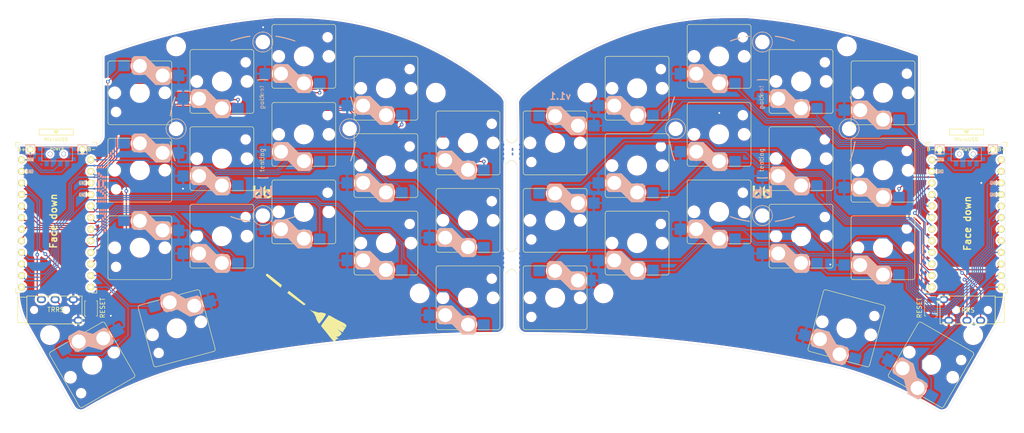
<source format=kicad_pcb>
(kicad_pcb (version 20211014) (generator pcbnew)
  (layers (0 "F.Cu" signal) (31 "B.Cu" signal) (34 "B.Paste" user) (35 "F.Paste" user) (36 "B.SilkS" user "B.Silkscreen") (37 "F.SilkS" user "F.Silkscreen") (38 "B.Mask" user) (39 "F.Mask" user) (44 "Edge.Cuts" user))
  (net 0 "")
  (net 1 "gnd")
  (net 2 "vcc")
  (net 3 "Switch18")
  (net 4 "reset")
  (net 5 "Switch1")
  (net 6 "Switch2")
  (net 7 "Switch3")
  (net 8 "Switch4")
  (net 9 "Switch5")
  (net 10 "Switch6")
  (net 11 "Switch7")
  (net 12 "Switch8")
  (net 13 "Switch9")
  (net 14 "Switch10")
  (net 15 "Switch11")
  (net 16 "Switch12")
  (net 17 "Switch13")
  (net 18 "Switch14")
  (net 19 "Switch15")
  (net 20 "Switch16")
  (net 21 "Switch17")
  (net 22 "raw")
  (net 23 "BT+_r")
  (net 24 "Switch18_r")
  (net 25 "reset_r")
  (net 26 "Switch9_r")
  (net 27 "Switch10_r")
  (net 28 "Switch11_r")
  (net 29 "Switch12_r")
  (net 30 "Switch13_r")
  (net 31 "Switch14_r")
  (net 32 "Switch15_r")
  (net 33 "Switch16_r")
  (net 34 "Switch17_r")
  (net 35 "Switch1_r")
  (net 36 "Switch2_r")
  (net 37 "Switch3_r")
  (net 38 "Switch4_r")
  (net 39 "Switch5_r")
  (net 40 "Switch6_r")
  (net 41 "Switch7_r")
  (net 42 "Switch8_r")
  (net 43 "gnd_r")
  (net 44 "raw_r")
  (net 45 "vcc_r")
  (net 48 "BT+")
  (footprint "kbd:ProMicro_v3_min" (layer "F.Cu") (at 230.178 67.564)
    (fp_text reference "U1" hide)
    (fp_text value "ProMicro-kbd" hide)
  )
  (footprint "* duckyb-collection:TRRS-PJ-320A" (layer "F.Cu") (at 236.474 86.052 -90)
    (fp_text reference "TRRS1")
    (fp_text value "AudioJack4" hide)
  )
  (footprint "* duckyb-collection:SW_Hotswap_Kailh_Choc_V1_tweaked" (layer "F.Cu") (at 175.856 64.516 180)
    (fp_text reference "SW13")
    (fp_text value "SW_Push")
  )
  (footprint "* duckyb-collection:SW_Hotswap_Kailh_Choc_V1_tweaked" (layer "F.Cu") (at 222.386 98.082 150)
    (fp_text reference "SW17")
    (fp_text value "SW_Push")
  )
  (footprint "* duckyb-collection:SW_Hotswap_Kailh_Choc_V1_tweaked" (layer "F.Cu") (at 157.856 71.374 180)
    (fp_text reference "SW12")
    (fp_text value "SW_Push")
  )
  (footprint "* duckyb-collection:SW_Hotswap_Kailh_Choc_V1_tweaked" (layer "F.Cu") (at 203.826 90.082 165)
    (fp_text reference "SW16")
    (fp_text value "SW_Push")
  )
  (footprint "* duckyb-collection:SW_Hotswap_Kailh_Choc_V1_tweaked" (layer "F.Cu") (at 193.856 69.85 180)
    (fp_text reference "SW14")
    (fp_text value "SW_Push")
  )
  (footprint "* duckyb-collection:SW_Hotswap_Kailh_Choc_V1_tweaked" (layer "F.Cu") (at 211.836 72.39 180)
    (fp_text reference "SW15")
    (fp_text value "SW_Push")
  )
  (footprint "* duckyb-collection:SW_Hotswap_Kailh_Choc_V1_tweaked" (layer "F.Cu") (at 175.856 30.382 180)
    (fp_text reference "SW3")
    (fp_text value "SW_Push")
  )
  (footprint "* duckyb-collection:SW_Hotswap_Kailh_Choc_V1_tweaked" (layer "F.Cu") (at 157.856 37.382 180)
    (fp_text reference "SW2")
    (fp_text value "SW_Push")
  )
  (footprint "* duckyb-collection:SW_Hotswap_Kailh_Choc_V1_tweaked" (layer "F.Cu") (at 157.856 54.356 180)
    (fp_text reference "SW7")
    (fp_text value "SW_Push")
  )
  (footprint "* duckyb-collection:SW_Hotswap_Kailh_Choc_V1_tweaked" (layer "F.Cu") (at 139.856 83.382)
    (fp_text reference "SW11")
    (fp_text value "SW_Push")
  )
  (footprint "* duckyb-collection:SW_Hotswap_Kailh_Choc_V1_tweaked" (layer "F.Cu") (at 211.836 55.372 180)
    (fp_text reference "SW10")
    (fp_text value "SW_Push")
  )
  (footprint "* duckyb-collection:SW_Hotswap_Kailh_Choc_V1_tweaked" (layer "F.Cu") (at 193.856 52.832 180)
    (fp_text reference "SW9")
    (fp_text value "SW_Push")
  )
  (footprint "* duckyb-collection:SW_Hotswap_Kailh_Choc_V1_tweaked" (layer "F.Cu") (at 139.856 66.382)
    (fp_text reference "SW6")
    (fp_text value "SW_Push")
  )
  (footprint "* duckyb-collection:SW_Hotswap_Kailh_Choc_V1_tweaked" (layer "F.Cu") (at 211.856 38.382 180)
    (fp_text reference "SW5")
    (fp_text value "SW_Push")
  )
  (footprint "* duckyb-collection:SW_Hotswap_Kailh_Choc_V1_tweaked" (layer "F.Cu") (at 193.856 35.882 180)
    (fp_text reference "SW4")
    (fp_text value "SW_Push")
  )
  (footprint "* duckyb-collection:SW_Hotswap_Kailh_Choc_V1_tweaked" (layer "F.Cu") (at 139.856 49.382)
    (fp_text reference "SW1")
    (fp_text value "SW_Push")
  )
  (footprint "Duckyb-Parts:mouse-bite-5mm-slot-with-space-for-track" (layer "F.Cu") (at 130.302 51.308)
    (fp_text reference "mouse-bite-2mm-slot2" hide)
    (fp_text value "VAL**" hide)
  )
  (footprint "Duckyb-Parts:mouse-bite-5mm-slot-with-space-for-track" (layer "F.Cu") (at 130.302 75.184)
    (fp_text reference "mouse-bite-2mm-slot1" hide)
    (fp_text value "VAL**" hide)
  )
  (footprint "kbd:SW_SPST_B3U-1000P" (layer "F.Cu") (at 222.377 85.725 90)
    (fp_text reference "RSW1" hide)
    (fp_text value "SW_Push")
  )
  (footprint "* duckyb-collection:SW_Hotswap_Kailh_Choc_V1_tweaked" (layer "F.Cu") (at 175.856 47.498 180)
    (fp_text reference "SW8")
    (fp_text value "SW_Push")
  )
  (footprint "* duckyb-collection:Tenting_Puck2_no_pads" (layer "F.Cu") (at 185.356 46.282)
    (fp_text reference "e")
    (fp_text value "Tenting Puck")
  )
  (footprint "kbd:1pin_conn" (layer "F.Cu") (at 235.966 50.8)
    (fp_text reference "Bat+1" hide)
    (fp_text value "MountingHole_Pad" hide)
  )
  (footprint "kbd:1pin_conn" (layer "F.Cu") (at 224.282 50.8)
    (fp_text reference "BatGND1" hide)
    (fp_text value "MountingHole_Pad" hide)
  )
  (footprint "kbd:ProMicro_v3_min" (layer "F.Cu") (at 30.326 67.564)
    (fp_text reference "U2" hide)
    (fp_text value "ProMicro-kbd" hide)
  )
  (footprint "* duckyb-collection:TRRS-PJ-320A" (layer "F.Cu") (at 23.876 86.052 90)
    (fp_text reference "TRRS2")
    (fp_text value "AudioJack4" hide)
  )
  (footprint "* duckyb-collection:SW_Hotswap_Kailh_Choc_V1_tweaked" (layer "F.Cu") (at 48.686 72.39)
    (fp_text reference "SW15_r1")
    (fp_text value "SW_Push")
  )
  (footprint "* duckyb-collection:SW_Hotswap_Kailh_Choc_V1_tweaked" (layer "F.Cu") (at 66.7 52.832 180)
    (fp_text reference "SW9_r1")
    (fp_text value "SW_Push")
  )
  (footprint "* duckyb-collection:SW_Hotswap_Kailh_Choc_V1_tweaked" (layer "F.Cu") (at 84.688 64.516 180)
    (fp_text reference "SW13_r1")
    (fp_text value "SW_Push")
  )
  (footprint "* duckyb-collection:SW_Hotswap_Kailh_Choc_V1_tweaked" (layer "F.Cu") (at 102.714 71.374 180)
    (fp_text reference "SW12_r1")
    (fp_text value "SW_Push")
  )
  (footprint "* duckyb-collection:SW_Hotswap_Kailh_Choc_V1_tweaked" (layer "F.Cu") (at 48.686 38.382)
    (fp_text reference "SW5_r1")
    (fp_text value "SW_Push")
  )
  (footprint "* duckyb-collection:SW_Hotswap_Kailh_Choc_V1_tweaked" (layer "F.Cu") (at 66.7 35.882 180)
    (fp_text reference "SW4_r1")
    (fp_text value "SW_Push")
  )
  (footprint "* duckyb-collection:SW_Hotswap_Kailh_Choc_V1_tweaked" (layer "F.Cu") (at 120.732 49.382 180)
    (fp_text reference "SW1_r1")
    (fp_text value "SW_Push")
  )
  (footprint "* duckyb-collection:SW_Hotswap_Kailh_Choc_V1_tweaked" (layer "F.Cu") (at 66.7 69.85 180)
    (fp_text reference "SW14_r1")
    (fp_text value "SW_Push")
  )
  (footprint "* duckyb-collection:SW_Hotswap_Kailh_Choc_V1_tweaked" (layer "F.Cu") (at 84.688 30.382 180)
    (fp_text reference "SW3_r1")
    (fp_text value "SW_Push")
  )
  (footprint "* duckyb-collection:SW_Hotswap_Kailh_Choc_V1_tweaked" (layer "F.Cu") (at 120.732 83.382 180)
    (fp_text reference "SW11_r1")
    (fp_text value "SW_Push")
  )
  (footprint "* duckyb-collection:SW_Hotswap_Kailh_Choc_V1_tweaked" (layer "F.Cu") (at 48.686 55.372)
    (fp_text reference "SW10_r1")
    (fp_text value "SW_Push")
  )
  (footprint "* duckyb-collection:SW_Hotswap_Kailh_Choc_V1_tweaked" (layer "F.Cu") (at 102.714 37.382 180)
    (fp_text reference "SW2_r1")
    (fp_text value "SW_Push")
  )
  (footprint "* duckyb-collection:SW_Hotswap_Kailh_Choc_V1_tweaked" (layer "F.Cu") (at 102.714 54.356 180)
    (fp_text reference "SW7_r1")
    (fp_text value "SW_Push")
  )
  (footprint "* duckyb-collection:SW_Hotswap_Kailh_Choc_V1_tweaked" (layer "F.Cu") (at 56.778 90.082 15)
    (fp_text reference "SW16_r1")
    (fp_text value "SW_Push")
  )
  (footprint "Kailh:ferris_broom" (layer "F.Cu") (at 84.074 85.344 7)
    (fp_text reference "SweepLogo" hide)
    (fp_text value "LOGO" hide)
  )
  (footprint "* duckyb-collection:SW_Hotswap_Kailh_Choc_V1_tweaked" (layer "F.Cu") (at 84.688 47.498 180)
    (fp_text reference "SW8_r1")
    (fp_text value "SW_Push")
  )
  (footprint "* duckyb-collection:SW_Hotswap_Kailh_Choc_V1_tweaked" (layer "F.Cu") (at 38.218 98.082 30)
    (fp_text reference "SW17_r1")
    (fp_text value "SW_Push")
  )
  (footprint "* duckyb-collection:SW_Hotswap_Kailh_Choc_V1_tweaked" (layer "F.Cu") (at 120.732 66.382 180)
    (fp_text reference "SW6_r1")
    (fp_text value "SW_Push")
  )
  (footprint "* duckyb-collection:Tenting_Puck2_no_pads" (layer "F.Cu") (at 75.692 46.282)
    (fp_text reference "REF_PUCK_R")
    (fp_text value "Tenting Puck")
  )
  (footprint "kbd:1pin_conn" (layer "F.Cu") (at 36.068 50.8)
    (fp_text reference "BatGNDr1")
    (fp_text value "MountingHole_Pad" hide)
  )
  (footprint "kbd:1pin_conn" (layer "F.Cu") (at 24.638 50.8)
    (fp_text reference "Bat+r1")
    (fp_text value "MountingHole_Pad" hide)
  )
  (footprint "kbd:SW_SPST_B3U-1000P" (layer "F.Cu") (at 37.973 85.725 90)
    (fp_text reference "RSW2" hide)
    (fp_text value "SW_Push")
  )
  (footprint "duckyb-footprints:MountingHole_3.35mm" (layer "F.Cu") (at 203.918 28.194)
    (fp_text reference "REF**" hide)
    (fp_text value "MountingHole_3.35mm")
  )
  (footprint "duckyb-footprints:MountingHole_3.35mm" (layer "F.Cu") (at 56.642 28.194)
    (fp_text reference "REF**" hide)
    (fp_text value "MountingHole_3.35mm")
  )
  (footprint "duckyb-footprints:MountingHole_3.35mm" (layer "F.Cu") (at 110.109 82.41961)
    (fp_text reference "REF**" hide)
    (fp_text value "MountingHole_3.35mm")
  )
  (footprint "duckyb-footprints:MountingHole_3.35mm" (layer "F.Cu") (at 28.956 91.567)
    (fp_text reference "REF**" hide)
    (fp_text value "MountingHole_3.35mm")
  )
  (footprint "duckyb-footprints:MountingHole_3.35mm" (layer "F.Cu") (at 231.648 91.567)
    (fp_text reference "REF**" hide)
    (fp_text value "MountingHole_3.35mm")
  )
  (footprint "duckyb-footprints:MountingHole_3.35mm" (layer "F.Cu") (at 150.479 82.41961)
    (fp_text reference "REF**" hide)
    (fp_text value "MountingHole_3.35mm")
  )
  (footprint "duckyb-footprints:MountingHole_3.35mm" (layer "F.Cu") (at 113.665 38.354)
    (fp_text reference "REF**" hide)
    (fp_text value "MountingHole_3.35mm")
  )
  (footprint "duckyb-footprints:MountingHole_3.35mm" (layer "F.Cu") (at 146.905 38.354)
    (fp_text reference "REF**" hide)
    (fp_text value "MountingHole_3.35mm")
  )
  (footprint "Kailh:SPDT_C128955" (layer "B.Cu") (at 230.124 51.816 180)
    (fp_text reference "SW_POWER1")
    (fp_text value "SW_SPDT")
  )
  (footprint "Kailh:SPDT_C128955" (layer "B.Cu") (at 30.48 51.816 180)
    (fp_text reference "SW_POWERR1")
    (fp_text value "SW_SPDT")
  )
  (gr_rect (start 27.178 50.419) (end 33.909 53.34) (layer "B.SilkS") (width 0.12) (fill none))
  (gr_rect (start 226.822 50.419) (end 233.426 53.34) (layer "B.SilkS") (width 0.12) (fill none))
  (gr_line (start 131.5085 77.724) (end 131.506254 89.547024) (layer "Edge.Cuts") (width 0.05))
  (gr_line (start 219.998001 47.763999) (end 219.998045 30.439419) (layer "Edge.Cuts") (width 0.05))
  (gr_arc (start 226.446 107.451265) (mid 225.204995 108.32098) (end 223.714 108.05) (layer "Edge.Cuts") (width 0.05))
  (gr_arc (start 222.033002 49.694917) (mid 220.620534 49.145716) (end 219.998001 47.763999) (layer "Edge.Cuts") (width 0.05))
  (gr_arc (start 182.067777 21.502679) (mid 201.091879 24.375764) (end 219.56329 29.758889) (layer "Edge.Cuts") (width 0.05))
  (gr_arc (start 132.893 38.265) (mid 153.988491 25.788882) (end 178.120389 21.508139) (layer "Edge.Cuts") (width 0.05))
  (gr_arc (start 237.938 49.692) (mid 238.46833 49.91167) (end 238.688 50.442) (layer "Edge.Cuts") (width 0.05))
  (gr_arc (start 131.466055 40.278702) (mid 132.022929 39.160882) (end 132.893 38.265) (layer "Edge.Cuts") (width 0.05))
  (gr_arc (start 133.544 91.383119) (mid 132.156573 90.874102) (end 131.506254 89.547024) (layer "Edge.Cuts") (width 0.05))
  (gr_arc (start 219.56329 29.758889) (mid 219.880079 30.035645) (end 219.998045 30.439419) (layer "Edge.Cuts") (width 0.05))
  (gr_arc (start 202.185134 98.863946) (mid 213.262488 102.723597) (end 223.714 108.05) (layer "Edge.Cuts") (width 0.05))
  (gr_line (start 222.033002 49.694917) (end 237.938 49.692) (layer "Edge.Cuts") (width 0.05))
  (gr_arc (start 133.544 91.383119) (mid 168.064442 93.289554) (end 202.185134 98.863946) (layer "Edge.Cuts") (width 0.05))
  (gr_line (start 238.688 58.42) (end 238.688 66.548) (layer "Edge.Cuts") (width 0.05))
  (gr_line (start 236.953304 88.85815) (end 226.446 107.451265) (layer "Edge.Cuts") (width 0.05))
  (gr_arc (start 238.7 81.534) (mid 238.242913 85.295347) (end 236.953304 88.85815) (layer "Edge.Cuts") (width 0.05))
  (gr_line (start 182.067777 21.502679) (end 178.120389 21.508139) (layer "Edge.Cuts") (width 0.05))
  (gr_line (start 238.688 50.442) (end 238.688 58.42) (layer "Edge.Cuts") (width 0.05))
  (gr_line (start 131.466055 40.278702) (end 131.572 48.768) (layer "Edge.Cuts") (width 0.05))
  (gr_line (start 129.3495 48.768) (end 128.96 48.768) (layer "Edge.Cuts") (width 0.05))
  (gr_line (start 238.688 66.548) (end 238.688 75.438) (layer "Edge.Cuts") (width 0.05))
  (gr_line (start 238.688 75.438) (end 238.7 81.534) (layer "Edge.Cuts") (width 0.05))
  (gr_line (start 129.3495 72.644) (end 128.96 72.644) (layer "Edge.Cuts") (width 0.05))
  (gr_line (start 129.3495 53.848) (end 128.96 53.848) (layer "Edge.Cuts") (width 0.05))
  (gr_line (start 129.3495 77.724) (end 128.96 77.724) (layer "Edge.Cuts") (width 0.05))
  (gr_line (start 131.572 53.848) (end 131.572 72.644) (layer "Edge.Cuts") (width 0.05))
  (gr_line (start 78.412223 21.502679) (end 82.613611 21.508139) (layer "Edge.Cuts") (width 0.05))
  (gr_line (start 21.792 50.442) (end 21.792 58.42) (layer "Edge.Cuts") (width 0.05))
  (gr_line (start 128.96 77.724) (end 128.975507 89.545022) (layer "Edge.Cuts") (width 0.05))
  (gr_arc (start 127.587 38.265) (mid 128.457071 39.160882) (end 129.013945 40.278702) (layer "Edge.Cuts") (width 0.05))
  (gr_arc (start 128.975507 89.545022) (mid 128.324689 90.873432) (end 126.936 91.383119) (layer "Edge.Cuts") (width 0.05))
  (gr_line (start 40.481999 47.763999) (end 40.481955 30.439419) (layer "Edge.Cuts") (width 0.05))
  (gr_line (start 21.792 66.548) (end 21.792 73.914) (layer "Edge.Cuts") (width 0.05))
  (gr_line (start 23.526696 88.85815) (end 34.034 107.451265) (layer "Edge.Cuts") (width 0.05))
  (gr_arc (start 40.481999 47.763999) (mid 39.859467 49.145717) (end 38.446998 49.694917) (layer "Edge.Cuts") (width 0.05))
  (gr_arc (start 40.91671 29.758889) (mid 59.388121 24.375764) (end 78.412223 21.502679) (layer "Edge.Cuts") (width 0.05))
  (gr_arc (start 58.294866 98.863946) (mid 92.415558 93.289555) (end 126.936 91.383119) (layer "Edge.Cuts") (width 0.05))
  (gr_arc (start 23.526696 88.85815) (mid 22.237087 85.295347) (end 21.78 81.534) (layer "Edge.Cuts") (width 0.05))
  (gr_arc (start 21.792 50.442) (mid 22.01167 49.91167) (end 22.542 49.692) (layer "Edge.Cuts") (width 0.05))
  (gr_line (start 38.446998 49.694917) (end 22.542 49.692) (layer "Edge.Cuts") (width 0.05))
  (gr_line (start 21.792 58.42) (end 21.792 66.548) (layer "Edge.Cuts") (width 0.05))
  (gr_arc (start 40.481955 30.439419) (mid 40.599921 30.035645) (end 40.91671 29.758889) (layer "Edge.Cuts") (width 0.05))
  (gr_arc (start 36.766 108.05) (mid 35.275005 108.32098) (end 34.034 107.451265) (layer "Edge.Cuts") (width 0.05))
  (gr_arc (start 82.613611 21.508139) (mid 106.610476 25.833455) (end 127.587 38.265) (layer "Edge.Cuts") (width 0.05))
  (gr_arc (start 36.766 108.05) (mid 47.217512 102.723597) (end 58.294866 98.863946) (layer "Edge.Cuts") (width 0.05))
  (gr_line (start 21.792 73.914) (end 21.78 81.534) (layer "Edge.Cuts") (width 0.05))
  (gr_line (start 128.96 53.848) (end 128.96 72.644) (layer "Edge.Cuts") (width 0.05))
  (gr_line (start 129.013945 40.278702) (end 128.96 48.768) (layer "Edge.Cuts") (width 0.05))
  (gr_line (start 131.572 48.768) (end 131.2545 48.768) (layer "Edge.Cuts") (width 0.05))
  (gr_arc (start 131.254499 72.644) (mid 130.302 73.288873) (end 129.349501 72.643999) (layer "Edge.Cuts") (width 0.05))
  (gr_line (start 131.572 53.848) (end 131.2545 53.848) (layer "Edge.Cuts") (width 0.05))
  (gr_arc (start 129.349501 77.724) (mid 130.302 77.079127) (end 131.254499 77.724001) (layer "Edge.Cuts") (width 0.05))
  (gr_line (start 131.572 72.644) (end 131.2545 72.644) (layer "Edge.Cuts") (width 0.05))
  (gr_arc (start 131.254499 48.768) (mid 130.302 49.412873) (end 129.349501 48.767999) (layer "Edge.Cuts") (width 0.05))
  (gr_line (start 131.5085 77.724) (end 131.2545 77.724) (layer "Edge.Cuts") (width 0.05))
  (gr_arc (start 129.349501 53.848) (mid 130.302 53.203127) (end 131.254499 53.848001) (layer "Edge.Cuts") (width 0.05))
  (gr_text "v1.1" (at 140.97 39.116) (layer "B.SilkS") (effects (font (size 1.5 1.5) (thickness 0.3)) (justify mirror)))
  (gr_text "Face down" (at 230.378 67.056 90) (layer "F.SilkS") (effects (font (size 1.5 1.5) (thickness 0.3))))
  (gr_text "Face down" (at 29.718 66.548 90) (layer "F.SilkS") (effects (font (size 1.5 1.5) (thickness 0.3))))
  (gr_text "B+" (at 22.7076 50.8) (layer "F.SilkS") (effects (font (size 0.8 0.8))))
  (gr_text "B-" (at 38.1 50.8) (layer "F.SilkS") (effects (font (size 0.8 0.8))))
  (gr_text "B-" (at 222.3516 50.7492) (layer "F.SilkS") (effects (font (size 0.8 0.8))))
  (gr_text "B+" (at 237.8964 50.8) (layer "F.SilkS") (effects (font (size 0.8 0.8))))
  (gr_text "POWER" (at 30.48 50.6984) (layer "F.SilkS") (effects (font (size 0.6 0.6) (thickness 0.12))))
  (gr_text "POWER" (at 230.0224 50.8508) (layer "F.SilkS") (effects (font (size 0.6 0.6) (thickness 0.12))))
  (via (at 200.279 76.073) (size 0.8) (drill 0.4) (layers "F.Cu" "B.Cu") (net 1))
  (via (at 175.895 42.799) (size 0.8) (drill 0.4) (layers "F.Cu" "B.Cu") (net 1))
  (via (at 233.426 58.166) (size 0.8) (drill 0.4) (layers "F.Cu" "B.Cu") (net 1))
  (segment (start 229.235 77.9405) (end 229.3245 77.9405) (width 0.25) (layer "F.Cu") (net 2))
  (segment (start 233.274 81.89) (end 233.274 88.352) (width 0.25) (layer "F.Cu") (net 2))
  (segment (start 229.3245 77.9405) (end 233.274 81.89) (width 0.25) (layer "F.Cu") (net 2))
  (via (at 229.235 77.9405) (size 0.8) (drill 0.4) (layers "F.Cu" "B.Cu") (net 2))
  (segment (start 224.028 62.1646) (end 222.5694 60.706) (width 0.25) (layer "B.Cu") (net 2))
  (segment (start 229.235 77.851) (end 224.028 72.644) (width 0.25) (layer "B.Cu") (net 2))
  (segment (start 224.028 72.644) (end 224.028 62.1646) (width 0.25) (layer "B.Cu") (net 2))
  (segment (start 229.235 77.9405) (end 229.235 77.851) (width 0.25) (layer "B.Cu") (net 2))
  (segment (start 229.738701 79.379299) (end 230.274 79.914598) (width 0.25) (layer "F.Cu") (net 3))
  (segment (start 230.274 79.914598) (end 230.274 88.352) (width 0.25) (layer "F.Cu") (net 3))
  (via (at 229.738701 79.379299) (size 0.8) (drill 0.4) (layers "F.Cu" "B.Cu") (net 3))
  (segment (start 231.4324 78.192164) (end 231.4324 75.396011) (width 0.25) (layer "B.Cu") (net 3))
  (segment (start 229.738701 79.379299) (end 230.245265 79.379299) (width 0.25) (layer "B.Cu") (net 3))
  (segment (start 231.4324 75.396011) (end 234.74444 72.083971) (width 0.25) (layer "B.Cu") (net 3))
  (segment (start 234.74444 72.083971) (end 234.74444 58.67096) (width 0.25) (layer "B.Cu") (net 3))
  (segment (start 234.74444 58.67096) (end 237.7894 55.626) (width 0.25) (layer "B.Cu") (net 3))
  (segment (start 230.245265 79.379299) (end 231.4324 78.192164) (width 0.25) (layer "B.Cu") (net 3))
  (segment (start 217.551 65.786) (end 220.345 68.58) (width 0.25) (layer "F.Cu") (net 4))
  (segment (start 217.551 63.1844) (end 217.551 65.786) (width 0.25) (layer "F.Cu") (net 4))
  (segment (start 222.5694 58.166) (end 217.551 63.1844) (width 0.25) (layer "F.Cu") (net 4))
  (segment (start 220.345 68.58) (end 220.345 81.993) (width 0.25) (layer "F.Cu") (net 4))
  (segment (start 220.345 81.993) (end 222.377 84.025) (width 0.25) (layer "F.Cu") (net 4))
  (segment (start 221.869 77.216) (end 236.5194 77.216) (width 0.25) (layer "F.Cu") (net 5))
  (segment (start 220.79452 66.74352) (end 220.79452 76.14152) (width 0.25) (layer "F.Cu") (net 5))
  (segment (start 236.5194 77.216) (end 237.7894 75.946) (width 0.25) (layer "F.Cu") (net 5))
  (segment (start 220.79452 76.14152) (end 221.869 77.216) (width 0.25) (layer "F.Cu") (net 5))
  (segment (start 218.821 64.77) (end 220.79452 66.74352) (width 0.25) (layer "F.Cu") (net 5))
  (via (at 218.821 64.77) (size 0.8) (drill 0.4) (layers "F.Cu" "B.Cu") (net 5))
  (segment (start 212.394594 49.60856) (end 217.753688 49.60856) (width 0.25) (layer "B.Cu") (net 5))
  (segment (start 139.71 46.736) (end 142.748 46.736) (width 0.25) (layer "B.Cu") (net 5))
  (segment (start 219.18192 51.036792) (end 219.18192 58.166) (width 0.25) (layer "B.Cu") (net 5))
  (segment (start 219.18192 64.40908) (end 218.821 64.77) (width 0.25) (layer "B.Cu") (net 5))
  (segment (start 200.100521 48.208521) (end 202.047071 50.155071) (width 0.25) (layer "B.Cu") (net 5))
  (segment (start 142.748 46.736) (end 143.51 47.498) (width 0.25) (layer "B.Cu") (net 5))
  (segment (start 143.51 47.498) (end 160.655 47.498) (width 0.25) (layer "B.Cu") (net 5))
  (segment (start 219.18192 58.166) (end 219.18192 64.40908) (width 0.25) (layer "B.Cu") (net 5))
  (segment (start 211.848083 50.155071) (end 212.394594 49.60856) (width 0.25) (layer "B.Cu") (net 5))
  (segment (start 167.82548 40.32752) (end 181.423085 40.32752) (width 0.25) (layer "B.Cu") (net 5))
  (segment (start 200.100521 48.207628) (end 200.100521 48.208521) (width 0.25) (layer "B.Cu") (net 5))
  (segment (start 199.499479 47.607479) (end 199.500372 47.607479) (width 0.25) (layer "B.Cu") (net 5))
  (segment (start 217.753688 49.60856) (end 219.18192 51.036792) (width 0.25) (layer "B.Cu") (net 5))
  (segment (start 186.063606 44.96804) (end 196.86004 44.96804) (width 0.25) (layer "B.Cu") (net 5))
  (segment (start 196.86004 44.96804) (end 199.499479 47.607479) (width 0.25) (layer "B.Cu") (net 5))
  (segment (start 199.500372 47.607479) (end 200.100521 48.207628) (width 0.25) (layer "B.Cu") (net 5))
  (segment (start 181.423085 40.32752) (end 186.063606 44.96804) (width 0.25) (layer "B.Cu") (net 5))
  (segment (start 136.356 43.382) (end 139.71 46.736) (width 0.25) (layer "B.Cu") (net 5))
  (segment (start 202.047071 50.155071) (end 211.848083 50.155071) (width 0.25) (layer "B.Cu") (net 5))
  (segment (start 160.655 47.498) (end 167.82548 40.32752) (width 0.25) (layer "B.Cu") (net 5))
  (segment (start 199.685677 47.157959) (end 199.68657 47.157959) (width 0.25) (layer "B.Cu") (net 6))
  (segment (start 219.63144 65.327157) (end 221.12708 66.822798) (width 0.25) (layer "B.Cu") (net 6))
  (segment (start 202.234164 49.705551) (end 211.661885 49.705551) (width 0.25) (layer "B.Cu") (net 6))
  (segment (start 186.249803 44.51852) (end 197.046238 44.51852) (width 0.25) (layer "B.Cu") (net 6))
  (segment (start 221.12708 66.822798) (end 221.12708 69.42368) (width 0.25) (layer "B.Cu") (net 6))
  (segment (start 211.661885 49.705551) (end 212.208396 49.15904) (width 0.25) (layer "B.Cu") (net 6))
  (segment (start 197.046238 44.51852) (end 199.685677 47.157959) (width 0.25) (layer "B.Cu") (net 6))
  (segment (start 217.939886 49.15904) (end 219.63144 50.850594) (width 0.25) (layer "B.Cu") (net 6))
  (segment (start 164.86 39.878) (end 181.609283 39.878) (width 0.25) (layer "B.Cu") (net 6))
  (segment (start 212.208396 49.15904) (end 217.939886 49.15904) (width 0.25) (layer "B.Cu") (net 6))
  (segment (start 221.12708 69.42368) (end 222.5694 70.866) (width 0.25) (layer "B.Cu") (net 6))
  (segment (start 219.63144 50.850594) (end 219.63144 65.327157) (width 0.25) (layer "B.Cu") (net 6))
  (segment (start 199.68657 47.157959) (end 202.234164 49.705551) (width 0.25) (layer "B.Cu") (net 6))
  (segment (start 181.609283 39.878) (end 186.249803 44.51852) (width 0.25) (layer "B.Cu") (net 6))
  (segment (start 161.356 43.382) (end 164.86 39.878) (width 0.25) (layer "B.Cu") (net 6))
  (segment (start 179.356 36.989) (end 186.436 44.069) (width 0.25) (layer "B.Cu") (net 7))
  (segment (start 220.08096 65.14096) (end 222.5694 67.6294) (width 0.25) (layer "B.Cu") (net 7))
  (segment (start 211.475687 49.256031) (end 212.022198 48.70952) (width 0.25) (layer "B.Cu") (net 7))
  (segment (start 179.356 36.382) (end 179.356 36.989) (width 0.25) (layer "B.Cu") (net 7))
  (segment (start 220.08096 50.664396) (end 220.08096 65.14096) (width 0.25) (layer "B.Cu") (net 7))
  (segment (start 222.5694 67.6294) (end 222.5694 68.326) (width 0.25) (layer "B.Cu") (net 7))
  (segment (start 218.126084 48.70952) (end 220.08096 50.664396) (width 0.25) (layer "B.Cu") (net 7))
  (segment (start 186.436 44.069) (end 197.233329 44.069) (width 0.25) (layer "B.Cu") (net 7))
  (segment (start 197.233329 44.069) (end 202.420361 49.256031) (width 0.25) (layer "B.Cu") (net 7))
  (segment (start 202.420361 49.256031) (end 211.475687 49.256031) (width 0.25) (layer "B.Cu") (net 7))
  (segment (start 212.022198 48.70952) (end 218.126084 48.70952) (width 0.25) (layer "B.Cu") (net 7))
  (segment (start 220.53048 50.478199) (end 220.53048 63.74708) (width 0.25) (layer "B.Cu") (net 8))
  (segment (start 197.356 41.882) (end 197.356 43.555953) (width 0.25) (layer "B.Cu") (net 8))
  (segment (start 202.606558 48.806511) (end 211.289489 48.806511) (width 0.25) (layer "B.Cu") (net 8))
  (segment (start 211.836 48.26) (end 218.312281 48.26) (width 0.25) (layer "B.Cu") (net 8))
  (segment (start 218.312281 48.26) (end 220.53048 50.478199) (width 0.25) (layer "B.Cu") (net 8))
  (segment (start 211.289489 48.806511) (end 211.836 48.26) (width 0.25) (layer "B.Cu") (net 8))
  (segment (start 220.53048 63.74708) (end 222.5694 65.786) (width 0.25) (layer "B.Cu") (net 8))
  (segment (start 197.356 43.555953) (end 202.606558 48.806511) (width 0.25) (layer "B.Cu") (net 8))
  (segment (start 220.98 62.738) (end 221.488 63.246) (width 0.25) (layer "B.Cu") (net 9))
  (segment (start 215.356 44.382) (end 215.356 44.668) (width 0.25) (layer "B.Cu") (net 9))
  (segment (start 220.98 50.292) (end 220.98 62.738) (width 0.25) (layer "B.Cu") (net 9))
  (segment (start 221.488 63.246) (end 222.5694 63.246) (width 0.25) (layer "B.Cu") (net 9))
  (segment (start 215.356 44.668) (end 220.98 50.292) (width 0.25) (layer "B.Cu") (net 9))
  (segment (start 204.139594 65.83444) (end 215.977842 65.83444) (width 0.25) (layer "B.Cu") (net 10))
  (segment (start 137.269671 60.382) (end 139.069192 58.582479) (width 0.25) (layer "B.Cu") (net 10))
  (segment (start 200.41604 57.539605) (end 200.41604 62.110886) (width 0.25) (layer "B.Cu") (net 10))
  (segment (start 215.977842 65.83444) (end 215.995364 65.816919) (width 0.25) (layer "B.Cu") (net 10))
  (segment (start 145.633521 58.582479) (end 155.084521 49.131479) (width 0.25) (layer "B.Cu") (net 10))
  (segment (start 139.069192 58.582479) (end 145.633521 58.582479) (width 0.25) (layer "B.Cu") (net 10))
  (segment (start 188.468 50.927) (end 193.28396 55.74296) (width 0.25) (layer "B.Cu") (net 10))
  (segment (start 220.67756 68.455513) (end 220.67756 71.51416) (width 0.25) (layer "B.Cu") (net 10))
  (segment (start 174.879 50.927) (end 188.468 50.927) (width 0.25) (layer "B.Cu") (net 10))
  (segment (start 200.41604 62.110886) (end 204.139594 65.83444) (width 0.25) (layer "B.Cu") (net 10))
  (segment (start 220.67756 71.51416) (end 222.5694 73.406) (width 0.25) (layer "B.Cu") (net 10))
  (segment (start 136.356 60.382) (end 137.269671 60.382) (width 0.25) (layer "B.Cu") (net 10))
  (segment (start 218.038966 65.816919) (end 220.67756 68.455513) (width 0.25) (layer "B.Cu") (net 10))
  (segment (start 198.619395 55.74296) (end 200.41604 57.539605) (width 0.25) (layer "B.Cu") (net 10))
  (segment (start 193.28396 55.74296) (end 198.619395 55.74296) (width 0.25) (layer "B.Cu") (net 10))
  (segment (start 173.083479 49.131479) (end 174.879 50.927) (width 0.25) (layer "B.Cu") (net 10))
  (segment (start 155.084521 49.131479) (end 173.083479 49.131479) (width 0.25) (layer "B.Cu") (net 10))
  (segment (start 215.995364 65.816919) (end 218.038966 65.816919) (width 0.25) (layer "B.Cu") (net 10))
  (segment (start 199.96652 57.725802) (end 198.433198 56.19248) (width 0.25) (layer "B.Cu") (net 11))
  (segment (start 217.852768 66.266439) (end 216.181561 66.266439) (width 0.25) (layer "B.Cu") (net 11))
  (segment (start 189.919677 54.282959) (end 184.584959 54.282959) (width 0.25) (layer "B.Cu") (net 11))
  (segment (start 216.181561 66.266439) (end 216.16404 66.28396) (width 0.25) (layer "B.Cu") (net 11))
  (segment (start 191.829198 56.19248) (end 189.919677 54.282959) (width 0.25) (layer "B.Cu") (net 11))
  (segment (start 220.22804 68.641711) (end 217.852768 66.266439) (width 0.25) (layer "B.Cu") (net 11))
  (segment (start 203.953396 66.28396) (end 199.96652 62.297084) (width 0.25) (layer "B.Cu") (net 11))
  (segment (start 198.433198 56.19248) (end 191.829198 56.19248) (width 0.25) (layer "B.Cu") (net 11))
  (segment (start 184.584959 54.282959) (end 181.737 51.435) (width 0.25) (layer "B.Cu") (net 11))
  (segment (start 175.006 51.435) (end 166.085 60.356) (width 0.25) (layer "B.Cu") (net 11))
  (segment (start 166.085 60.356) (end 161.356 60.356) (width 0.25) (layer "B.Cu") (net 11))
  (segment (start 199.96652 62.297084) (end 199.96652 57.725802) (width 0.25) (layer "B.Cu") (net 11))
  (segment (start 222.5694 75.946) (end 220.22804 73.60464) (width 0.25) (layer "B.Cu") (net 11))
  (segment (start 220.22804 73.60464) (end 220.22804 68.641711) (width 0.25) (layer "B.Cu") (net 11))
  (segment (start 216.16404 66.28396) (end 203.953396 66.28396) (width 0.25) (layer "B.Cu") (net 11))
  (segment (start 181.737 51.435) (end 175.006 51.435) (width 0.25) (layer "B.Cu") (net 11))
  (segment (start 216.445431 66.715959) (end 217.66657 66.715959) (width 0.25) (layer "B.Cu") (net 12))
  (segment (start 179.356 53.498) (end 179.579 53.721) (width 0.25) (layer "B.Cu") (net 12))
  (segment (start 184.398761 54.732479) (end 189.733479 54.732479) (width 0.25) (layer "B.Cu") (net 12))
  (segment (start 179.579 53.721) (end 183.387282 53.721) (width 0.25) (layer "B.Cu") (net 12))
  (segment (start 189.733479 54.732479) (end 191.643 56.642) (width 0.25) (layer "B.Cu") (net 12))
  (segment (start 203.767198 66.73348) (end 216.427909 66.73348) (width 0.25) (layer "B.Cu") (net 12))
  (segment (start 199.517 57.912) (end 199.517 62.483282) (width 0.25) (layer "B.Cu") (net 12))
  (segment (start 216.427909 66.73348) (end 216.445431 66.715959) (width 0.25) (layer "B.Cu") (net 12))
  (segment (start 199.517 62.483282) (end 203.767198 66.73348) (width 0.25) (layer "B.Cu") (net 12))
  (segment (start 191.643 56.642) (end 198.247 56.642) (width 0.25) (layer "B.Cu") (net 12))
  (segment (start 198.247 56.642) (end 199.517 57.912) (width 0.25) (layer "B.Cu") (net 12))
  (segment (start 217.66657 66.715959) (end 219.77852 68.827909) (width 0.25) (layer "B.Cu") (net 12))
  (segment (start 183.387282 53.721) (end 184.398761 54.732479) (width 0.25) (layer "B.Cu") (net 12))
  (segment (start 219.77852 75.69512) (end 222.5694 78.486) (width 0.25) (layer "B.Cu") (net 12))
  (segment (start 219.77852 68.827909) (end 219.77852 75.69512) (width 0.25) (layer "B.Cu") (net 12))
  (segment (start 197.356 58.832) (end 197.356 60.958) (width 0.25) (layer "B.Cu") (net 13))
  (segment (start 197.356 60.958) (end 203.581 67.183) (width 0.25) (layer "B.Cu") (net 13))
  (segment (start 219.329 69.014107) (end 219.329 77.7856) (width 0.25) (layer "B.Cu") (net 13))
  (segment (start 217.480372 67.165479) (end 219.329 69.014107) (width 0.25) (layer "B.Cu") (net 13))
  (segment (start 203.581 67.183) (end 216.614107 67.183) (width 0.25) (layer "B.Cu") (net 13))
  (segment (start 219.329 77.7856) (end 222.5694 81.026) (width 0.25) (layer "B.Cu") (net 13))
  (segment (start 216.614107 67.183) (end 216.631628 67.165479) (width 0.25) (layer "B.Cu") (net 13))
  (segment (start 216.631628 67.165479) (end 217.480372 67.165479) (width 0.25) (layer "B.Cu") (net 13))
  (segment (start 234.569 56.896) (end 237.7894 53.6756) (width 0.25) (layer "F.Cu") (net 14))
  (segment (start 215.392 59.436) (end 217.932 56.896) (width 0.25) (layer "F.Cu") (net 14))
  (segment (start 217.932 56.896) (end 234.569 56.896) (width 0.25) (layer "F.Cu") (net 14))
  (segment (start 237.7894 53.6756) (end 237.7894 53.086) (width 0.25) (layer "F.Cu") (net 14))
  (via (at 215.392 59.436) (size 0.8) (drill 0.4) (layers "F.Cu" "B.Cu") (net 14))
  (segment (start 215.336 61.372) (end 215.336 59.492) (width 0.25) (layer "B.Cu") (net 14))
  (segment (start 215.336 59.492) (end 215.392 59.436) (width 0.25) (layer "B.Cu") (net 14))
  (segment (start 173.506959 69.442994) (end 174.882995 68.066959) (width 0.25) (layer "B.Cu") (net 15))
  (segment (start 141.097 73.279) (end 152.064671 73.279) (width 0.25) (layer "B.Cu") (net 15))
  (segment (start 206.248 70.231) (end 212.725 70.231) (width 0.25) (layer "B.Cu") (net 15))
  (segment (start 237.7894 63.5816) (end 237.7894 63.246) (width 0.25) (layer "B.Cu") (net 15))
  (segment (start 220.853 82.55) (end 227.710282 82.55) (width 0.25) (layer "B.Cu") (net 15))
  (segment (start 212.725 70.231) (end 218.821 76.327) (width 0.25) (layer "B.Cu") (net 15))
  (segment (start 193.04 67.691) (end 194.818 67.691) (width 0.25) (layer "B.Cu") (net 15))
  (segment (start 136.356 77.382) (end 136.994 77.382) (width 0.25) (layer "B.Cu") (net 15))
  (segment (start 235.19396 67.745723) (end 235.204 67.735683) (width 0.25) (layer "B.Cu") (net 15))
  (segment (start 174.882995 68.066959) (end 181.352394 68.066959) (width 0.25) (layer "B.Cu") (net 15))
  (segment (start 136.994 77.382) (end 141.097 73.279) (width 0.25) (layer "B.Cu") (net 15))
  (segment (start 192.278 68.453) (end 193.04 67.691) (width 0.25) (layer "B.Cu") (net 15))
  (segment (start 235.19396 72.270169) (end 235.19396 67.745723) (width 0.25) (layer "B.Cu") (net 15))
  (segment (start 218.821 80.518) (end 220.853 82.55) (width 0.25) (layer "B.Cu") (net 15))
  (segment (start 194.818 67.691) (end 200.39596 73.26896) (width 0.25) (layer "B.Cu") (net 15))
  (segment (start 203.21004 73.26896) (end 206.248 70.231) (width 0.25) (layer "B.Cu") (net 15))
  (segment (start 154.681479 73.274479) (end 156.718 75.311) (width 0.25) (layer "B.Cu") (net 15))
  (segment (start 235.204 67.735683) (end 235.204 66.167) (width 0.25) (layer "B.Cu") (net 15))
  (segment (start 152.069192 73.274479) (end 154.681479 73.274479) (width 0.25) (layer "B.Cu") (net 15))
  (segment (start 181.738435 68.453) (end 192.278 68.453) (width 0.25) (layer "B.Cu") (net 15))
  (segment (start 173.506959 69.443323) (end 173.506959 69.442994) (width 0.25) (layer "B.Cu") (net 15))
  (segment (start 231.88192 78.378362) (end 231.88192 75.582209) (width 0.25) (layer "B.Cu") (net 15))
  (segment (start 235.204 66.167) (end 237.7894 63.5816) (width 0.25) (layer "B.Cu") (net 15))
  (segment (start 200.39596 73.26896) (end 203.21004 73.26896) (width 0.25) (layer "B.Cu") (net 15))
  (segment (start 152.064671 73.279) (end 152.069192 73.274479) (width 0.25) (layer "B.Cu") (net 15))
  (segment (start 167.639282 75.311) (end 173.506959 69.443323) (width 0.25) (layer "B.Cu") (net 15))
  (segment (start 227.710282 82.55) (end 231.88192 78.378362) (width 0.25) (layer "B.Cu") (net 15))
  (segment (start 231.88192 75.582209) (end 235.19396 72.270169) (width 0.25) (layer "B.Cu") (net 15))
  (segment (start 181.352394 68.066959) (end 181.738435 68.453) (width 0.25) (layer "B.Cu") (net 15))
  (segment (start 156.718 75.311) (end 167.639282 75.311) (width 0.25) (layer "B.Cu") (net 15))
  (segment (start 218.821 76.327) (end 218.821 80.518) (width 0.25) (layer "B.Cu") (net 15))
  (segment (start 235.64348 72.456367) (end 235.64348 67.93192) (width 0.25) (layer "B.Cu") (net 16))
  (segment (start 187.882995 71.300959) (end 192.315834 71.300959) (width 0.25) (layer "B.Cu") (net 16))
  (segment (start 192.315834 71.300959) (end 194.225355 73.21048) (width 0.25) (layer "B.Cu") (net 16))
  (segment (start 181.166197 68.516479) (end 183.955198 71.30548) (width 0.25) (layer "B.Cu") (net 16))
  (segment (start 218.32304 76.464758) (end 218.32304 80.78204) (width 0.25) (layer "B.Cu") (net 16))
  (segment (start 209.609198 73.71848) (end 211.318678 75.42796) (width 0.25) (layer "B.Cu") (net 16))
  (segment (start 223.31444 85.77344) (end 225.12256 85.77344) (width 0.25) (layer "B.Cu") (net 16))
  (segment (start 232.33144 75.768407) (end 235.64348 72.456367) (width 0.25) (layer "B.Cu") (net 16))
  (segment (start 166.212 77.374) (end 173.956479 69.629521) (width 0.25) (layer "B.Cu") (net 16))
  (segment (start 232.33144 78.56456) (end 232.33144 75.768407) (width 0.25) (layer "B.Cu") (net 16))
  (segment (start 195.146527 73.71848) (end 209.609198 73.71848) (width 0.25) (layer "B.Cu") (net 16))
  (segment (start 187.878473 71.30548) (end 187.882995 71.300959) (width 0.25) (layer "B.Cu") (net 16))
  (segment (start 217.286242 75.42796) (end 218.32304 76.464758) (width 0.25) (layer "B.Cu") (net 16))
  (segment (start 173.956479 69.629192) (end 175.069192 68.516479) (width 0.25) (layer "B.Cu") (net 16))
  (segment (start 218.32304 80.78204) (end 223.31444 85.77344) (width 0.25) (layer "B.Cu") (net 16))
  (segment (start 183.955198 71.30548) (end 187.878473 71.30548) (width 0.25) (layer "B.Cu") (net 16))
  (segment (start 194.225355 73.21048) (end 194.638527 73.21048) (width 0.25) (layer "B.Cu") (net 16))
  (segment (start 173.956479 69.629521) (end 173.956479 69.629192) (width 0.25) (layer "B.Cu") (net 16))
  (segment (start 211.318678 75.42796) (end 217.286242 75.42796) (width 0.25) (layer "B.Cu") (net 16))
  (segment (start 175.069192 68.516479) (end 181.166197 68.516479) (width 0.25) (layer "B.Cu") (net 16))
  (segment (start 225.12256 85.77344) (end 232.33144 78.56456) (width 0.25) (layer "B.Cu") (net 16))
  (segment (start 235.64348 67.93192) (end 237.7894 65.786) (width 0.25) (layer "B.Cu") (net 16))
  (segment (start 161.356 77.374) (end 166.212 77.374) (width 0.25) (layer "B.Cu") (net 16))
  (segment (start 194.638527 73.21048) (end 195.146527 73.71848) (width 0.25) (layer "B.Cu") (net 16))
  (segment (start 188.069192 71.750479) (end 192.129637 71.750479) (width 0.25) (layer "B.Cu") (net 17))
  (segment (start 179.356 70.516) (end 182.53 70.516) (width 0.25) (layer "B.Cu") (net 17))
  (segment (start 183.769 71.755) (end 188.064671 71.755) (width 0.25) (layer "B.Cu") (net 17))
  (segment (start 192.129637 71.750479) (end 194.039158 73.66) (width 0.25) (layer "B.Cu") (net 17))
  (segment (start 217.100044 75.87748) (end 217.87352 76.650956) (width 0.25) (layer "B.Cu") (net 17))
  (segment (start 211.13248 75.87748) (end 217.100044 75.87748) (width 0.25) (layer "B.Cu") (net 17))
  (segment (start 225.308758 86.22296) (end 232.78096 78.750758) (width 0.25) (layer "B.Cu") (net 17))
  (segment (start 194.452329 73.66) (end 194.960329 74.168) (width 0.25) (layer "B.Cu") (net 17))
  (segment (start 232.78096 78.750758) (end 232.78096 75.954605) (width 0.25) (layer "B.Cu") (net 17))
  (segment (start 236.093 72.642565) (end 236.093 69.977) (width 0.25) (layer "B.Cu") (net 17))
  (segment (start 232.78096 75.954605) (end 236.093 72.642565) (width 0.25) (layer "B.Cu") (net 17))
  (segment (start 209.423 74.168) (end 211.13248 75.87748) (width 0.25) (layer "B.Cu") (net 17))
  (segment (start 194.960329 74.168) (end 209.423 74.168) (width 0.25) (layer "B.Cu") (net 17))
  (segment (start 217.87352 76.650956) (end 217.87352 80.968238) (width 0.25) (layer "B.Cu") (net 17))
  (segment (start 217.87352 80.968238) (end 223.128242 86.22296) (width 0.25) (layer "B.Cu") (net 17))
  (segment (start 194.039158 73.66) (end 194.452329 73.66) (width 0.25) (layer "B.Cu") (net 17))
  (segment (start 223.128242 86.22296) (end 225.308758 86.22296) (width 0.25) (layer "B.Cu") (net 17))
  (segment (start 237.744 68.326) (end 237.7894 68.326) (width 0.25) (layer "B.Cu") (net 17))
  (segment (start 236.093 69.977) (end 237.744 68.326) (width 0.25) (layer "B.Cu") (net 17))
  (segment (start 188.064671 71.755) (end 188.069192 71.750479) (width 0.25) (layer "B.Cu") (net 17))
  (segment (start 182.53 70.516) (end 183.769 71.755) (width 0.25) (layer "B.Cu") (net 17))
  (segment (start 199.595521 78.089521) (end 209.35015 78.089521) (width 0.25) (layer "B.Cu") (net 18))
  (segment (start 233.23048 78.936956) (end 233.23048 76.140802) (width 0.25) (layer "B.Cu") (net 18))
  (segment (start 197.356 75.85) (end 199.595521 78.089521) (width 0.25) (layer "B.Cu") (net 18))
  (segment (start 216.913846 76.327) (end 217.424 76.837154) (width 0.25) (layer "B.Cu") (net 18))
  (segment (start 222.942044 86.67248) (end 225.494956 86.67248) (width 0.25) (layer "B.Cu") (net 18))
  (segment (start 225.494956 86.67248) (end 233.23048 78.936956) (width 0.25) (layer "B.Cu") (net 18))
  (segment (start 209.35015 78.089521) (end 211.112671 76.327) (width 0.25) (layer "B.Cu") (net 18))
  (segment (start 237.7894 71.581882) (end 237.7894 70.866) (width 0.25) (layer "B.Cu") (net 18))
  (segment (start 217.424 81.154436) (end 222.942044 86.67248) (width 0.25) (layer "B.Cu") (net 18))
  (segment (start 233.23048 76.140802) (end 237.7894 71.581882) (width 0.25) (layer "B.Cu") (net 18))
  (segment (start 211.112671 76.327) (end 216.913846 76.327) (width 0.25) (layer "B.Cu") (net 18))
  (segment (start 217.424 76.837154) (end 217.424 81.154436) (width 0.25) (layer "B.Cu") (net 18))
  (segment (start 225.681154 87.122) (end 233.68 79.123154) (width 0.25) (layer "B.Cu") (net 19))
  (segment (start 216.97448 81.340634) (end 222.755846 87.122) (width 0.25) (layer "B.Cu") (net 19))
  (segment (start 216.97448 80.02848) (end 216.97448 81.340634) (width 0.25) (layer "B.Cu") (net 19))
  (segment (start 233.68 76.327) (end 236.601 73.406) (width 0.25) (layer "B.Cu") (net 19))
  (segment (start 215.336 78.39) (end 216.97448 80.02848) (width 0.25) (layer "B.Cu") (net 19))
  (segment (start 233.68 79.123154) (end 233.68 76.327) (width 0.25) (layer "B.Cu") (net 19))
  (segment (start 222.755846 87.122) (end 225.681154 87.122) (width 0.25) (layer "B.Cu") (net 19))
  (segment (start 236.601 73.406) (end 237.7894 73.406) (width 0.25) (layer "B.Cu") (net 19))
  (segment (start 228.1174 87.249) (end 236.8804 78.486) (width 0.25) (layer "B.Cu") (net 20))
  (segment (start 223.0882 93.726) (end 228.1174 88.6968) (width 0.25) (layer "B.Cu") (net 20))
  (segment (start 205.653826 96.783422) (end 208.711248 93.726) (width 0.25) (layer "B.Cu") (net 20))
  (segment (start 236.8804 78.486) (end 237.7894 78.486) (width 0.25) (layer "B.Cu") (net 20))
  (segment (start 228.1174 88.6968) (end 228.1174 87.249) (width 0.25) (layer "B.Cu") (net 20))
  (segment (start 208.711248 93.726) (end 223.0882 93.726) (width 0.25) (layer "B.Cu") (net 20))
  (segment (start 222.417089 101.046906) (end 220.311479 98.941296) (width 0.25) (layer "B.Cu") (net 21))
  (segment (start 228.56692 88.882998) (end 228.56692 87.435198) (width 0.25) (layer "B.Cu") (net 21))
  (segment (start 228.56692 87.435198) (end 234.976118 81.026) (width 0.25) (layer "B.Cu") (net 21))
  (segment (start 220.311479 98.941296) (end 220.311479 97.138439) (width 0.25) (layer "B.Cu") (net 21))
  (segment (start 222.417089 105.028152) (end 222.417089 101.046906) (width 0.25) (layer "B.Cu") (net 21))
  (segment (start 220.311479 97.138439) (end 228.56692 88.882998) (width 0.25) (layer "B.Cu") (net 21))
  (segment (start 234.976118 81.026) (end 237.7894 81.026) (width 0.25) (layer "B.Cu") (net 21))
  (segment (start 227.457 55.372) (end 225.171 53.086) (width 0.25) (layer "B.Cu") (net 22))
  (segment (start 231.14 55.372) (end 227.457 55.372) (width 0.25) (layer "B.Cu") (net 22))
  (segment (start 232.374 53.891) (end 232.374 54.138) (width 0.25) (layer "B.Cu") (net 22))
  (segment (start 232.374 54.138) (end 231.14 55.372) (width 0.25) (layer "B.Cu") (net 22))
  (segment (start 225.171 53.086) (end 222.5694 53.086) (width 0.25) (layer "B.Cu") (net 22))
  (segment (start 29.749 55.372) (end 31.23 53.891) (width 0.25) (layer "B.Cu") (net 23))
  (segment (start 24.638 50.8) (end 24.638 52.832) (width 0.25) (layer "B.Cu") (net 23))
  (segment (start 24.638 52.832) (end 27.178 55.372) (width 0.25) (layer "B.Cu") (net 23))
  (segment (start 27.178 55.372) (end 29.749 55.372) (width 0.25) (layer "B.Cu") (net 23))
  (segment (start 31.414 85.09) (end 30.076 83.752) (width 0.25) (layer "F.Cu") (net 24))
  (segment (start 45.72 59.944) (end 45.72 78.74) (width 0.25) (layer "F.Cu") (net 24))
  (segment (start 39.37 85.09) (end 31.414 85.09) (width 0.25) (layer "F.Cu") (net 24))
  (segment (start 45.72 78.74) (end 39.37 85.09) (width 0.25) (layer "F.Cu") (net 24))
  (via (at 45.72 59.944) (size 0.8) (drill 0.4) (layers "F.Cu" "B.Cu") (net 24))
  (segment (start 45.72 59.182) (end 45.72 59.944) (width 0.25) (layer "B.Cu") (net 24))
  (segment (start 40.259718 57.277) (end 43.815 57.277) (width 0.25) (layer "B.Cu") (net 24))
  (segment (start 39.429198 56.44648) (end 40.259718 57.277) (width 0.25) (layer "B.Cu") (net 24))
  (segment (start 38.75788 56.44648) (end 39.429198 56.44648) (width 0.25) (layer "B.Cu") (net 24))
  (segment (start 43.815 57.277) (end 45.72 59.182) (width 0.25) (layer "B.Cu") (net 24))
  (segment (start 37.9374 55.626) (end 38.75788 56.44648) (width 0.25) (layer "B.Cu") (net 24))
  (segment (start 37.973 83.693) (end 37.973 84.152) (width 0.25) (layer "F.Cu") (net 25))
  (segment (start 37.973 84.025) (end 37.973 83.82) (width 0.25) (layer "F.Cu") (net 25))
  (segment (start 37.973 83.82) (end 27.94 73.787) (width 0.25) (layer "F.Cu") (net 25))
  (via (at 27.94 73.787) (size 0.8) (drill 0.4) (layers "F.Cu" "B.Cu") (net 25))
  (segment (start 26.67 62.1186) (end 22.7174 58.166) (width 0.25) (layer "B.Cu") (net 25))
  (segment (start 26.67 72.517) (end 26.67 62.1186) (width 0.25) (layer "B.Cu") (net 25))
  (segment (start 27.94 73.787) (end 26.67 72.517) (width 0.25) (layer "B.Cu") (net 25))
  (segment (start 26.162 81.026) (end 30.734 76.454) (width 0.25) (layer "B.Cu") (net 26))
  (segment (start 68.137 56.769) (end 70.2 58.832) (width 0.25) (layer "B.Cu") (net 26))
  (segment (start 65.787436 56.769) (end 68.137 56.769) (width 0.25) (layer "B.Cu") (net 26))
  (segment (start 30.734 76.454) (end 30.734 68.453001) (width 0.25) (layer "B.Cu") (net 26))
  (segment (start 22.7174 81.026) (end 26.162 81.026) (width 0.25) (layer "B.Cu") (net 26))
  (segment (start 30.734 68.453001) (end 37.338001 61.849) (width 0.25) (layer "B.Cu") (net 26))
  (segment (start 37.338001 61.849) (end 60.707436 61.849) (width 0.25) (layer "B.Cu") (net 26))
  (segment (start 60.707436 61.849) (end 65.787436 56.769) (width 0.25) (layer "B.Cu") (net 26))
  (segment (start 45.186 49.372) (end 41.472 53.086) (width 0.25) (layer "B.Cu") (net 27))
  (segment (start 41.472 53.086) (end 37.9374 53.086) (width 0.25) (layer "B.Cu") (net 27))
  (segment (start 42.034847 64.516) (end 39.2074 64.516) (width 0.25) (layer "B.Cu") (net 28))
  (segment (start 124.232 89.382) (end 123.518329 89.382) (width 0.25) (layer "B.Cu") (net 28))
  (segment (start 43.314887 63.23596) (end 42.034847 64.516) (width 0.25) (layer "B.Cu") (net 28))
  (segment (start 74.473844 61.542439) (end 72.780323 63.23596) (width 0.25) (layer "B.Cu") (net 28))
  (segment (start 116.193808 82.057479) (end 114.061479 82.057479) (width 0.25) (layer "B.Cu") (net 28))
  (segment (start 114.061479 82.057479) (end 106.62152 74.61752) (width 0.25) (layer "B.Cu") (net 28))
  (segment (start 103.437197 68.38448) (end 97.849198 68.38448) (width 0.25) (layer "B.Cu") (net 28))
  (segment (start 106.62152 74.61752) (end 106.62152 71.568802) (width 0.25) (layer "B.Cu") (net 28))
  (segment (start 72.780323 63.23596) (end 43.314887 63.23596) (width 0.25) (layer "B.Cu") (net 28))
  (segment (start 87.450439 61.542439) (end 74.473844 61.542439) (width 0.25) (layer "B.Cu") (net 28))
  (segment (start 97.849198 68.38448) (end 92.134198 62.66948) (width 0.25) (layer "B.Cu") (net 28))
  (segment (start 106.358197 71.30548) (end 103.437197 68.38448) (width 0.25) (layer "B.Cu") (net 28))
  (segment (start 92.134198 62.66948) (end 88.57748 62.66948) (width 0.25) (layer "B.Cu") (net 28))
  (segment (start 123.518329 89.382) (end 116.193808 82.057479) (width 0.25) (layer "B.Cu") (net 28))
  (segment (start 88.57748 62.66948) (end 87.450439 61.542439) (width 0.25) (layer "B.Cu") (net 28))
  (segment (start 39.2074 64.516) (end 37.9374 63.246) (width 0.25) (layer "B.Cu") (net 28))
  (segment (start 106.62152 71.568802) (end 106.358197 71.30548) (width 0.25) (layer "B.Cu") (net 28))
  (segment (start 72.96652 63.68548) (end 43.501085 63.68548) (width 0.25) (layer "B.Cu") (net 29))
  (segment (start 91.948 63.119) (end 88.391282 63.119) (width 0.25) (layer "B.Cu") (net 29))
  (segment (start 103.251 68.834) (end 97.663 68.834) (width 0.25) (layer "B.Cu") (net 29))
  (segment (start 87.264241 61.991959) (end 74.660042 61.991959) (width 0.25) (layer "B.Cu") (net 29))
  (segment (start 43.501085 63.68548) (end 40.511564 66.675) (width 0.25) (layer "B.Cu") (net 29))
  (segment (start 97.663 68.834) (end 91.948 63.119) (width 0.25) (layer "B.Cu") (net 29))
  (segment (start 106.214 77.374) (end 106.172 77.332) (width 0.25) (layer "B.Cu") (net 29))
  (segment (start 106.172 71.755) (end 103.251 68.834) (width 0.25) (layer "B.Cu") (net 29))
  (segment (start 88.391282 63.119) (end 87.264241 61.991959) (width 0.25) (layer "B.Cu") (net 29))
  (segment (start 38.8264 66.675) (end 37.9374 65.786) (width 0.25) (layer "B.Cu") (net 29))
  (segment (start 74.660042 61.991959) (end 72.96652 63.68548) (width 0.25) (layer "B.Cu") (net 29))
  (segment (start 40.511564 66.675) (end 38.8264 66.675) (width 0.25) (layer "B.Cu") (net 29))
  (segment (start 106.172 77.332) (end 106.172 71.755) (width 0.25) (layer "B.Cu") (net 29))
  (segment (start 87.078043 62.441479) (end 88.188 63.551436) (width 0.25) (layer "B.Cu") (net 30))
  (segment (start 88.188 63.551436) (end 88.188 70.516) (width 0.25) (layer "B.Cu") (net 30))
  (segment (start 39.496282 68.326) (end 43.687282 64.135) (width 0.25) (layer "B.Cu") (net 30))
  (segment (start 43.687282 64.135) (end 73.152718 64.135) (width 0.25) (layer "B.Cu") (net 30))
  (segment (start 73.152718 64.135) (end 74.846239 62.441479) (width 0.25) (layer "B.Cu") (net 30))
  (segment (start 74.846239 62.441479) (end 87.078043 62.441479) (width 0.25) (layer "B.Cu") (net 30))
  (segment (start 37.9374 68.326) (end 39.496282 68.326) (width 0.25) (layer "B.Cu") (net 30))
  (segment (start 70.2 75.85) (end 70.2 75.28) (width 0.25) (layer "B.Cu") (net 31))
  (segment (start 62.175479 68.525479) (end 60.397479 68.525479) (width 0.25) (layer "B.Cu") (net 31))
  (segment (start 70.2 75.28) (end 68.199 73.279) (width 0.25) (layer "B.Cu") (net 31))
  (segment (start 60.397479 68.525479) (end 56.462479 64.590479) (width 0.25) (layer "B.Cu") (net 31))
  (segment (start 68.199 73.279) (end 66.929 73.279) (width 0.25) (layer "B.Cu") (net 31))
  (segment (start 56.462479 64.590479) (end 43.867521 64.590479) (width 0.25) (layer "B.Cu") (net 31))
  (segment (start 37.9374 70.5206) (end 37.9374 70.866) (width 0.25) (layer "B.Cu") (net 31))
  (segment (start 43.867521 64.590479) (end 37.9374 70.5206) (width 0.25) (layer "B.Cu") (net 31))
  (segment (start 66.929 73.279) (end 62.175479 68.525479) (width 0.25) (layer "B.Cu") (net 31))
  (segment (start 45.186 66.39) (end 44.582 65.786) (width 0.25) (layer "B.Cu") (net 32))
  (segment (start 39.37 69.723718) (end 39.37 71.9734) (width 0.25) (layer "B.Cu") (net 32))
  (segment (start 44.582 65.786) (end 43.307718 65.786) (width 0.25) (layer "B.Cu") (net 32))
  (segment (start 43.307718 65.786) (end 39.37 69.723718) (width 0.25) (layer "B.Cu") (net 32))
  (segment (start 39.37 71.9734) (end 37.9374 73.406) (width 0.25) (layer "B.Cu") (net 32))
  (segment (start 51.844345 85.192312) (end 46.330312 85.192312) (width 0.25) (layer "B.Cu") (net 33))
  (segment (start 46.330312 85.192312) (end 39.624 78.486) (width 0.25) (layer "B.Cu") (net 33))
  (segment (start 39.624 78.486) (end 37.9374 78.486) (width 0.25) (layer "B.Cu") (net 33))
  (segment (start 46.101 91.567) (end 46.101 85.598718) (width 0.25) (layer "B.Cu") (net 34))
  (segment (start 39.077296 96.007479) (end 39.081817 96.012) (width 0.25) (layer "B.Cu") (net 34))
  (segment (start 37.354183 96.012) (end 37.358704 96.007479) (width 0.25) (layer "B.Cu") (net 34))
  (segment (start 42.432504 94.007479) (end 43.660521 94.007479) (width 0.25) (layer "B.Cu") (net 34))
  (segment (start 46.101 85.598718) (end 41.528282 81.026) (width 0.25) (layer "B.Cu") (net 34))
  (segment (start 43.660521 94.007479) (end 46.101 91.567) (width 0.25) (layer "B.Cu") (net 34))
  (segment (start 39.081817 96.012) (end 40.427983 96.012) (width 0.25) (layer "B.Cu") (net 34))
  (segment (start 32.186911 94.635848) (end 33.563063 96.012) (width 0.25) (layer "B.Cu") (net 34))
  (segment (start 37.358704 96.007479) (end 39.077296 96.007479) (width 0.25) (layer "B.Cu") (net 34))
  (segment (start 33.563063 96.012) (end 37.354183 96.012) (width 0.25) (layer "B.Cu") (net 34))
  (segment (start 41.528282 81.026) (end 37.9374 81.026) (width 0.25) (layer "B.Cu") (net 34))
  (segment (start 40.427983 96.012) (end 42.432504 94.007479) (width 0.25) (layer "B.Cu") (net 34))
  (segment (start 47.616396 41.79304) (end 43.625218 45.784218) (width 0.25) (layer "F.Cu") (net 35))
  (segment (start 124.206 53.467) (end 121.774591 53.467) (width 0.25) (layer "F.Cu") (net 35))
  (segment (start 83.87848 42.23252) (end 81.39696 44.71404) (width 0.25) (layer "F.Cu") (net 35))
  (segment (start 41.275 72.6084) (end 37.9374 75.946) (width 0.25) (layer "F.Cu") (net 35))
  (segment (start 81.39696 44.71404) (end 62.238604 44.71404) (width 0.25) (layer "F.Cu") (net 35))
  (segment (start 43.625218 45.784218) (end 43.625218 52.769935) (width 0.25) (layer "F.Cu") (net 35))
  (segment (start 100.532521 48.057479) (end 94.707562 42.23252) (width 0.25) (layer "F.Cu") (net 35))
  (segment (start 41.275 55.120153) (end 41.275 72.6084) (width 0.25) (layer "F.Cu") (net 35))
  (segment (start 94.707562 42.23252) (end 83.87848 42.23252) (width 0.25) (layer "F.Cu") (net 35))
  (segment (start 43.625218 52.769935) (end 41.275 55.120153) (width 0.25) (layer "F.Cu") (net 35))
  (segment (start 59.317604 41.79304) (end 47.616396 41.79304) (width 0.25) (layer "F.Cu") (net 35))
  (segment (start 116.36507 48.057479) (end 100.532521 48.057479) (width 0.25) (layer "F.Cu") (net 35))
  (segment (start 62.238604 44.71404) (end 59.317604 41.79304) (width 0.25) (layer "F.Cu") (net 35))
  (segment (start 121.774591 53.467) (end 116.36507 48.057479) (width 0.25) (layer "F.Cu") (net 35))
  (via (at 124.206 53.467) (size 0.8) (drill 0.4) (layers "F.Cu" "B.Cu") (net 35))
  (segment (start 124.232 55.382) (end 124.232 53.493) (width 0.25) (layer "B.Cu") (net 35))
  (segment (start 124.232 53.493) (end 124.206 53.467) (width 0.25) (layer "B.Cu") (net 35))
  (segment (start 43.053 45.720718) (end 43.053 52.706436) (width 0.25) (layer "F.Cu") (net 36))
  (segment (start 40.82548 54.933956) (end 40.82548 70.68052) (width 0.25) (layer "F.Cu") (net 36))
  (segment (start 81.184041 44.26452) (end 62.424802 44.26452) (width 0.25) (layer "F.Cu") (net 36))
  (segment (start 40.82548 70.68052) (end 39.37 72.136) (width 0.25) (layer "F.Cu") (net 36))
  (segment (start 83.665561 41.783) (end 81.184041 44.26452) (width 0.25) (layer "F.Cu") (net 36))
  (segment (start 37.465 72.136) (end 33.73356 68.40456) (width 0.25) (layer "F.Cu") (net 36))
  (segment (start 22.7174 70.3736) (end 22.7174 70.866) (width 0.25) (layer "F.Cu") (net 36))
  (segment (start 103.903041 47.607959) (end 100.718718 47.607959) (width 0.25) (layer "F.Cu") (net 36))
  (segment (start 62.424802 44.26452) (end 59.503802 41.34352) (width 0.25) (layer "F.Cu") (net 36))
  (segment (start 59.503802 41.34352) (end 47.430198 41.34352) (width 0.25) (layer "F.Cu") (net 36))
  (segment (start 94.893759 41.783) (end 83.665561 41.783) (width 0.25) (layer "F.Cu") (net 36))
  (segment (start 43.053 52.706436) (end 40.82548 54.933956) (width 0.25) (layer "F.Cu") (net 36))
  (segment (start 47.430198 41.34352) (end 43.053 45.720718) (width 0.25) (layer "F.Cu") (net 36))
  (segment (start 24.68644 68.40456) (end 22.7174 70.3736) (width 0.25) (layer "F.Cu") (net 36))
  (segment (start 39.37 72.136) (end 37.465 72.136) (width 0.25) (layer "F.Cu") (net 36))
  (segment (start 100.718718 47.607959) (end 94.893759 41.783) (width 0.25) (layer "F.Cu") (net 36))
  (segment (start 33.73356 68.40456) (end 24.68644 68.40456) (width 0.25) (layer "F.Cu") (net 36))
  (segment (start 106.172 45.339) (end 103.903041 47.607959) (width 0.25) (layer "F.Cu") (net 36))
  (via (at 106.172 45.339) (size 0.8) (drill 0.4) (layers "F.Cu" "B.Cu") (net 36))
  (segment (start 106.214 43.382) (end 106.214 45.297) (width 0.25) (layer "B.Cu") (net 36))
  (segment (start 106.214 45.297) (end 106.172 45.339) (width 0.25) (layer "B.Cu") (net 36))
  (segment (start 24.1144 67.564) (end 23.3524 68.326) (width 0.25) (layer "F.Cu") (net 37))
  (segment (start 34.55404 67.95504) (end 25.53704 67.95504) (width 0.25) (layer "F.Cu") (net 37))
  (segment (start 42.55504 52.568676) (end 40.37596 54.747759) (width 0.25) (layer "F.Cu") (net 37))
  (segment (start 40.37596 54.747759) (end 40.37596 68.71704) (width 0.25) (layer "F.Cu") (net 37))
  (segment (start 39.497 69.596) (end 36.195 69.596) (width 0.25) (layer "F.Cu") (net 37))
  (segment (start 36.195 69.596) (end 34.55404 67.95504) (width 0.25) (layer "F.Cu") (net 37))
  (segment (start 25.53704 67.95504) (end 25.146 67.564) (width 0.25) (layer "F.Cu") (net 37))
  (segment (start 86.458843 38.354) (end 80.997843 43.815) (width 0.25) (layer "F.Cu") (net 37))
  (segment (start 40.37596 68.71704) (end 39.497 69.596) (width 0.25) (layer "F.Cu") (net 37))
  (segment (start 59.69 40.894) (end 47.244 40.894) (width 0.25) (layer "F.Cu") (net 37))
  (segment (start 23.3524 68.326) (end 22.7174 68.326) (width 0.25) (layer "F.Cu") (net 37))
  (segment (start 47.244 40.894) (end 42.55504 45.58296) (width 0.25) (layer "F.Cu") (net 37))
  (segment (start 25.146 67.564) (end 24.1144 67.564) (width 0.25) (layer "F.Cu") (net 37))
  (segment (start 80.997843 43.815) (end 62.611 43.815) (width 0.25) (layer "F.Cu") (net 37))
  (segment (start 42.55504 45.58296) (end 42.55504 52.568676) (width 0.25) (layer "F.Cu") (net 37))
  (segment (start 88.138 38.354) (end 86.458843 38.354) (width 0.25) (layer "F.Cu") (net 37))
  (segment (start 62.611 43.815) (end 59.69 40.894) (width 0.25) (layer "F.Cu") (net 37))
  (via (at 88.138 38.354) (size 0.8) (drill 0.4) (layers "F.Cu" "B.Cu") (net 37))
  (segment (start 88.188 38.304) (end 88.138 38.354) (width 0.25) (layer "B.Cu") (net 37))
  (segment (start 88.188 36.382) (end 88.188 38.304) (width 0.25) (layer "B.Cu") (net 37))
  (segment (start 36.195 67.056) (end 35.74548 67.50552) (width 0.25) (layer "F.Cu") (net 38))
  (segment (start 56.007 37.465) (end 55.118 36.576) (width 0.25) (layer "F.Cu") (net 38))
  (segment (start 26.610802 67.50552) (end 25.526282 66.421) (width 0.25) (layer "F.Cu") (net 38))
  (segment (start 39.92644 54.561559) (end 39.92644 65.99156) (width 0.25) (layer "F.Cu") (net 38))
  (segment (start 42.10552 52.382479) (end 39.92644 54.561559) (width 0.25) (layer "F.Cu") (net 38))
  (segment (start 47.385521 36.307479) (end 42.10552 41.58748) (width 0.25) (layer "F.Cu") (net 38))
  (segment (start 23.3524 66.421) (end 22.7174 65.786) (width 0.25) (layer "F.Cu") (net 38))
  (segment (start 55.118 36.576) (end 51.322909 36.576) (width 0.25) (layer "F.Cu") (net 38))
  (segment (start 62.992 37.465) (end 56.007 37.465) (width 0.25) (layer "F.Cu") (net 38))
  (segment (start 42.10552 41.58748) (end 42.10552 52.382479) (width 0.25) (layer "F.Cu") (net 38))
  (segment (start 65.405 39.878) (end 62.992 37.465) (width 0.25) (layer "F.Cu") (net 38))
  (segment (start 38.862 67.056) (end 36.195 67.056) (width 0.25) (layer "F.Cu") (net 38))
  (segment (start 25.526282 66.421) (end 23.3524 66.421) (width 0.25) (layer "F.Cu") (net 38))
  (segment (start 51.054388 36.307479) (end 47.385521 36.307479) (width 0.25) (layer "F.Cu") (net 38))
  (segment (start 35.74548 67.50552) (end 26.610802 67.50552) (width 0.25) (layer "F.Cu") (net 38))
  (segment (start 51.322909 36.576) (end 51.054388 36.307479) (width 0.25) (layer "F.Cu") (net 38))
  (segment (start 70.231 39.878) (end 65.405 39.878) (width 0.25) (layer "F.Cu") (net 38))
  (segment (start 39.92644 65.99156) (end 38.862 67.056) (width 0.25) (layer "F.Cu") (net 38))
  (via (at 70.231 39.878) (size 0.8) (drill 0.4) (layers "F.Cu" "B.Cu") (net 38))
  (segment (start 70.2 41.882) (end 70.2 39.909) (width 0.25) (layer "B.Cu") (net 38))
  (segment (start 70.2 39.909) (end 70.231 39.878) (width 0.25) (layer "B.Cu") (net 38))
  (segment (start 39.47692 63.64708) (end 38.608 64.516) (width 0.25) (layer "F.Cu") (net 39))
  (segment (start 39.47692 54.375362) (end 39.47692 63.64708) (width 0.25) (layer "F.Cu") (net 39))
  (segment (start 27.051 67.056) (end 24.384 64.389) (width 0.25) (layer "F.Cu") (net 39))
  (segment (start 23.8604 64.389) (end 22.7174 63.246) (width 0.25) (layer "F.Cu") (net 39))
  (segment (start 41.656 52.196282) (end 39.47692 54.375362) (width 0.25) (layer "F.Cu") (net 39))
  (segment (start 34.671 67.056) (end 27.051 67.056) (width 0.25) (layer "F.Cu") (net 39))
  (segment (start 37.211 64.516) (end 34.671 67.056) (width 0.25) (layer "F.Cu") (net 39))
  (segment (start 38.608 64.516) (end 37.211 64.516) (width 0.25) (layer "F.Cu") (net 39))
  (segment (start 41.656 35.941) (end 41.656 52.196282) (width 0.25) (layer "F.Cu") (net 39))
  (segment (start 24.384 64.389) (end 23.8604 64.389) (width 0.25) (layer "F.Cu") (net 39))
  (via (at 41.656 35.941) (size 0.8) (drill 0.4) (layers "F.Cu" "B.Cu") (net 39))
  (segment (start 45.186 32.411) (end 45.186 32.382) (width 0.25) (layer "B.Cu") (net 39))
  (segment (start 41.656 35.941) (end 45.186 32.411) (width 0.25) (layer "B.Cu") (net 39))
  (segment (start 56.007 53.594) (end 50.8 53.594) (width 0.25) (layer "B.Cu") (net 40))
  (segment (start 123.518329 72.382) (end 109.043288 57.906959) (width 0.25) (layer "B.Cu") (net 40))
  (segment (start 37.084 54.356) (end 33.147 58.293) (width 0.25) (layer "B.Cu") (net 40))
  (segment (start 29.38544 73.61156) (end 28.067 74.93) (width 0.25) (layer "B.Cu") (net 40))
  (segment (start 83.06017 51.048959) (end 78.74717 55.36196) (width 0.25) (layer "B.Cu") (net 40))
  (segment (start 50.419 53.213) (end 41.980718 53.213) (width 0.25) (layer "B.Cu") (net 40))
  (segment (start 98.988041 53.648323) (end 98.988041 53.621166) (width 0.25) (layer "B.Cu") (net 40))
  (segment (start 64.408363 54.483) (end 56.896 54.483) (width 0.25) (layer "B.Cu") (net 40))
  (segment (start 96.415833 51.048959) (end 83.06017 51.048959) (width 0.25) (layer "B.Cu") (net 40))
  (segment (start 40.837718 54.356) (end 37.084 54.356) (width 0.25) (layer "B.Cu") (net 40))
  (segment (start 124.232 72.382) (end 123.518329 72.382) (width 0.25) (layer "B.Cu") (net 40))
  (segment (start 65.287323 55.36196) (end 64.408363 54.483) (width 0.25) (layer "B.Cu") (net 40))
  (segment (start 103.246677 57.906959) (end 98.988041 53.648323) (width 0.25) (layer "B.Cu") (net 40))
  (segment (start 24.2414 74.93) (end 22.7174 73.406) (width 0.25) (layer "B.Cu") (net 40))
  (segment (start 41.980718 53.213) (end 40.837718 54.356) (width 0.25) (layer "B.Cu") (net 40))
  (segment (start 50.8 53.594) (end 50.419 53.213) (width 0.25) (layer "B.Cu") (net 40))
  (segment (start 56.896 54.483) (end 56.007 53.594) (width 0.25) (layer "B.Cu") (net 40))
  (segment (start 98.988041 53.621166) (end 96.415833 51.048959) (width 0.25) (layer "B.Cu") (net 40))
  (segment (start 33.147 64.132849) (end 29.38544 67.894409) (width 0.25) (layer "B.Cu") (net 40))
  (segment (start 28.067 74.93) (end 24.2414 74.93) (width 0.25) (layer "B.Cu") (net 40))
  (segment (start 109.043288 57.906959) (end 103.246677 57.906959) (width 0.25) (layer "B.Cu") (net 40))
  (segment (start 78.74717 55.36196) (end 65.287323 55.36196) (width 0.25) (layer "B.Cu") (net 40))
  (segment (start 33.147 58.293) (end 33.147 64.132849) (width 0.25) (layer "B.Cu") (net 40))
  (segment (start 29.38544 67.894409) (end 29.38544 73.61156) (width 0.25) (layer "B.Cu") (net 40))
  (segment (start 60.33504 60.94996) (end 42.28096 60.94996) (width 0.25) (layer "B.Cu") (net 41))
  (segment (start 42.28096 60.94996) (end 40.132 58.801) (width 0.25) (layer "B.Cu") (net 41))
  (segment (start 96.229636 51.498479) (end 83.246368 51.498479) (width 0.25) (layer "B.Cu") (net 41))
  (segment (start 65.47352 55.81148) (end 60.33504 60.94996) (width 0.25) (layer "B.Cu") (net 41))
  (segment (start 33.59652 58.479198) (end 33.59652 64.319046) (width 0.25) (layer "B.Cu") (net 41))
  (segment (start 29.83496 76.081604) (end 27.811564 78.105) (width 0.25) (layer "B.Cu") (net 41))
  (segment (start 35.179718 56.896) (end 33.59652 58.479198) (width 0.25) (layer "B.Cu") (net 41))
  (segment (start 27.811564 78.105) (end 24.8764 78.105) (width 0.25) (layer "B.Cu") (net 41))
  (segment (start 39.243 56.896) (end 35.179718 56.896) (width 0.25) (layer "B.Cu") (net 41))
  (segment (start 105.092479 58.356479) (end 103.060479 58.356479) (width 0.25) (layer "B.Cu") (net 41))
  (segment (start 106.214 60.356) (end 106.214 59.478) (width 0.25) (layer "B.Cu") (net 41))
  (segment (start 33.59652 64.319046) (end 29.83496 68.080606) (width 0.25) (layer "B.Cu") (net 41))
  (segment (start 24.8764 78.105) (end 22.7174 75.946) (width 0.25) (layer "B.Cu") (net 41))
  (segment (start 98.538521 53.834521) (end 98.538521 53.807364) (width 0.25) (layer "B.Cu") (net 41))
  (segment (start 98.538521 53.807364) (end 96.229636 51.498479) (width 0.25) (layer "B.Cu") (net 41))
  (segment (start 83.246368 51.498479) (end 78.933368 55.81148) (width 0.25) (layer "B.Cu") (net 41))
  (segment (start 106.214 59.478) (end 105.092479 58.356479) (width 0.25) (layer "B.Cu") (net 41))
  (segment (start 40.132 58.801) (end 40.132 57.785) (width 0.25) (layer "B.Cu") (net 41))
  (segment (start 40.132 57.785) (end 39.243 56.896) (width 0.25) (layer "B.Cu") (net 41))
  (segment (start 29.83496 68.080606) (end 29.83496 76.081604) (width 0.25) (layer "B.Cu") (net 41))
  (segment (start 78.933368 55.81148) (end 65.47352 55.81148) (width 0.25) (layer "B.Cu") (net 41))
  (segment (start 103.060479 58.356479) (end 98.538521 53.834521) (width 0.25) (layer "B.Cu") (net 41))
  (segment (start 34.04604 64.505243) (end 30.28448 68.266803) (width 0.25) (layer "B.Cu") (net 42))
  (segment (start 85.868561 55.817439) (end 79.563126 55.817439) (width 0.25) (layer "B.Cu") (net 42))
  (segment (start 30.28448 76.267802) (end 26.923282 79.629) (width 0.25) (layer "B.Cu") (net 42))
  (segment (start 60.521237 61.39948) (end 42.094762 61.39948) (width 0.25) (layer "B.Cu") (net 42))
  (segment (start 35.687 59.436) (end 34.04604 61.07696) (width 0.25) (layer "B.Cu") (net 42))
  (segment (start 40.131282 59.436) (end 35.687 59.436) (width 0.25) (layer "B.Cu") (net 42))
  (segment (start 79.563126 55.817439) (end 79.119565 56.261) (width 0.25) (layer "B.Cu") (net 42))
  (segment (start 65.659718 56.261) (end 60.521237 61.39948) (width 0.25) (layer "B.Cu") (net 42))
  (segment (start 88.188 53.498) (end 85.868561 55.817439) (width 0.25) (layer "B.Cu") (net 42))
  (segment (start 34.04604 61.07696) (end 34.04604 64.505243) (width 0.25) (layer "B.Cu") (net 42))
  (segment (start 42.094762 61.39948) (end 40.131282 59.436) (width 0.25) (layer "B.Cu") (net 42))
  (segment (start 30.28448 68.266803) (end 30.28448 76.267802) (width 0.25) (layer "B.Cu") (net 42))
  (segment (start 23.8604 79.629) (end 22.7174 78.486) (width 0.25) (layer "B.Cu") (net 42))
  (segment (start 79.119565 56.261) (end 65.659718 56.261) (width 0.25) (layer "B.Cu") (net 42))
  (segment (start 26.923282 79.629) (end 23.8604 79.629) (width 0.25) (layer "B.Cu") (net 42))
  (via (at 42.3164 87.3252) (size 0.8) (drill 0.4) (layers "F.Cu" "B.Cu") (net 43))
  (via (at 75.7428 23.9776) (size 0.8) (drill 0.4) (layers "F.Cu" "B.Cu") (net 43))
  (via (at 58.166 59.436) (size 0.8) (drill 0.4) (layers "F.Cu" "B.Cu") (net 43))
  (segment (start 26.991803 55.82152) (end 31.42748 55.82152) (width 0.25) (layer "B.Cu") (net 44))
  (segment (start 24.256282 53.086) (end 26.991803 55.82152) (width 0.25) (layer "B.Cu") (net 44))
  (segment (start 31.42748 55.82152) (end 32.73 54.519) (width 0.25) (layer "B.Cu") (net 44))
  (segment (start 32.73 54.519) (end 32.73 53.891) (width 0.25) (layer "B.Cu") (net 44))
  (segment (start 22.7174 53.086) (end 24.256282 53.086) (width 0.25) (layer "B.Cu") (net 44))
  (segment (start 26.162 73.914) (end 26.162 82.838) (width 0.25) (layer "F.Cu") (net 45))
  (segment (start 26.162 82.838) (end 27.076 83.752) (width 0.25) (layer "F.Cu") (net 45))
  (via (at 26.162 73.914) (size 0.8) (drill 0.4) (layers "F.Cu" "B.Cu") (net 45))
  (segment (start 26.162 62.246318) (end 24.621682 60.706) (width 0.25) (layer "B.Cu") (net 45))
  (segment (start 24.621682 60.706) (end 22.7174 60.706) (width 0.25) (layer "B.Cu") (net 45))
  (segment (start 26.162 73.914) (end 26.162 62.246318) (width 0.25) (layer "B.Cu") (net 45))
  (segment (start 232.66305 51.943) (end 234.823 51.943) (width 0.25) (layer "B.Cu") (net 48))
  (segment (start 230.874 53.716) (end 231.949479 52.640521) (width 0.25) (layer "B.Cu") (net 48))
  (segment (start 234.823 51.943) (end 235.966 50.8) (width 0.25) (layer "B.Cu") (net 48))
  (segment (start 230.874 53.891) (end 230.874 53.716) (width 0.25) (layer "B.Cu") (net 48))
  (segment (start 231.965529 52.640521) (end 232.66305 51.943) (width 0.25) (layer "B.Cu") (net 48))
  (segment (start 231.949479 52.640521) (end 231.965529 52.640521) (width 0.25) (layer "B.Cu") (net 48))
  (zone (net 1) (net_name "gnd") (layers F&B.Cu) (connect_pads (clearance 0.508)) (min_thickness 0.254) (fill yes (thermal_gap 0.508) (thermal_bridge_width 0.508) (island_removal_mode 1) (island_area_min 0))
    (polygon (pts (xy 242.24879 18.626106) (xy 242.814929 113.121939) (xy 130.555388 113.075923) (xy 130.25268 18.002735)))
  )
  (zone (net 43) (net_name "gnd_r") (layers F&B.Cu) (connect_pads (clearance 0.508)) (min_thickness 0.254) (fill yes (thermal_gap 0.508) (thermal_bridge_width 0.508) (island_removal_mode 1) (island_area_min 0))
    (polygon (pts (xy 129.7432 18.5928) (xy 129.3876 112.7252) (xy 17.9832 113.0808) (xy 18.8976 18.7452)))
  )
)
</source>
